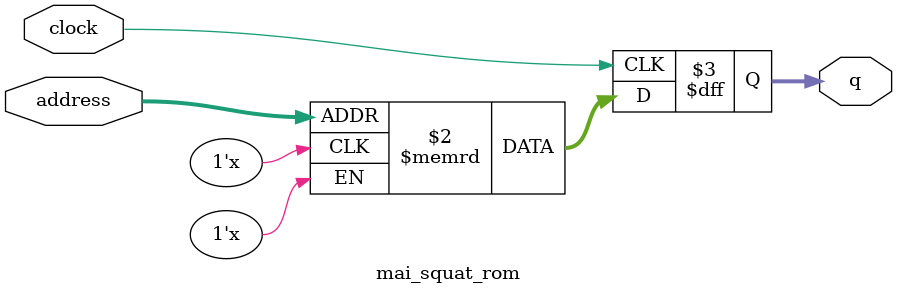
<source format=sv>
module mai_squat_rom (
	input logic clock,
	input logic [12:0] address,
	output logic [2:0] q
);

logic [2:0] memory [0:5119] /* synthesis ram_init_file = "./mai_squat/mai_squat.COE" */;

always_ff @ (posedge clock) begin
	q <= memory[address];
end

endmodule

</source>
